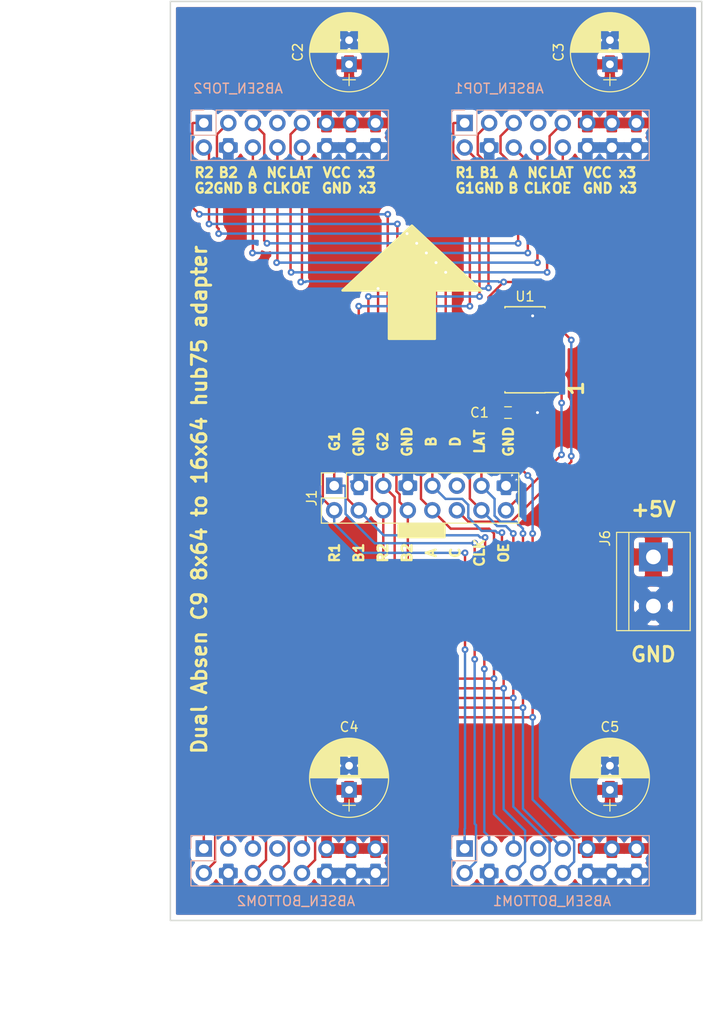
<source format=kicad_pcb>
(kicad_pcb (version 4) (host pcbnew 4.0.7)
  (title_block (title "Absen hub75 adapter") (date 2018-02-25) (company "Helsinki Hacklab"))
  (layers (0 F.Cu signal) (31 B.Cu signal) (34 B.Paste user) (35 F.Paste user) (36 B.SilkS user) (37 F.SilkS user) (38 B.Mask user) (39 F.Mask user) (44 Edge.Cuts user))
  (net 0 "")
  (net 1 GND)
  (net 2 "Net-(J1-Pad11)")
  (net 3 /R1)
  (net 4 /G1)
  (net 5 /B1)
  (net 6 /A)
  (net 7 /B)
  (net 8 /C)
  (net 9 /OE1)
  (net 10 +5V)
  (net 11 /OE2)
  (net 12 /R2)
  (net 13 /G2)
  (net 14 /B2)
  (net 15 /LATCH)
  (net 16 /CLK)
  (net 17 /OE)
  (net 18 "Net-(ABSEN_BOTTOM1-Pad7)")
  (net 19 "Net-(ABSEN_BOTTOM2-Pad7)")
  (net 20 "Net-(ABSEN_TOP1-Pad7)")
  (net 21 "Net-(ABSEN_TOP2-Pad7)")
  (net 22 /!OE1)
  (net 23 /!OE2)
  (module Socket_Strips:Socket_Strip_Straight_2x08_Pitch2.54mm (layer F.Cu) (at 101.96 100.06 90)
    (fp_text reference J1 (at -1.27 -2.33 90) (layer F.SilkS))
    (fp_text value HUB75_IN)
    (pad 1 thru_hole rect (at 0 0 90) (size 1.7 1.7) (drill 1) (layers *.Cu *.Mask) (net 4 /G1))
    (pad 2 thru_hole oval (at -2.54 0 90) (size 1.7 1.7) (drill 1) (layers *.Cu *.Mask) (net 3 /R1))
    (pad 3 thru_hole oval (at 0 2.54 90) (size 1.7 1.7) (drill 1) (layers *.Cu *.Mask) (net 1 GND))
    (pad 4 thru_hole oval (at -2.54 2.54 90) (size 1.7 1.7) (drill 1) (layers *.Cu *.Mask) (net 5 /B1))
    (pad 5 thru_hole oval (at 0 5.08 90) (size 1.7 1.7) (drill 1) (layers *.Cu *.Mask) (net 13 /G2))
    (pad 6 thru_hole oval (at -2.54 5.08 90) (size 1.7 1.7) (drill 1) (layers *.Cu *.Mask) (net 12 /R2))
    (pad 7 thru_hole oval (at 0 7.62 90) (size 1.7 1.7) (drill 1) (layers *.Cu *.Mask) (net 1 GND))
    (pad 8 thru_hole oval (at -2.54 7.62 90) (size 1.7 1.7) (drill 1) (layers *.Cu *.Mask) (net 14 /B2))
    (pad 9 thru_hole oval (at 0 10.16 90) (size 1.7 1.7) (drill 1) (layers *.Cu *.Mask) (net 7 /B))
    (pad 10 thru_hole oval (at -2.54 10.16 90) (size 1.7 1.7) (drill 1) (layers *.Cu *.Mask) (net 6 /A))
    (pad 11 thru_hole oval (at 0 12.7 90) (size 1.7 1.7) (drill 1) (layers *.Cu *.Mask) (net 2 "Net-(J1-Pad11)"))
    (pad 12 thru_hole oval (at -2.54 12.7 90) (size 1.7 1.7) (drill 1) (layers *.Cu *.Mask) (net 8 /C))
    (pad 13 thru_hole oval (at 0 15.24 90) (size 1.7 1.7) (drill 1) (layers *.Cu *.Mask) (net 15 /LATCH))
    (pad 14 thru_hole oval (at -2.54 15.24 90) (size 1.7 1.7) (drill 1) (layers *.Cu *.Mask) (net 16 /CLK))
    (pad 15 thru_hole oval (at 0 17.78 90) (size 1.7 1.7) (drill 1) (layers *.Cu *.Mask) (net 1 GND))
    (pad 16 thru_hole oval (at -2.54 17.78 90) (size 1.7 1.7) (drill 1) (layers *.Cu *.Mask) (net 17 /OE))
  )
  (module Connectors_Terminal_Blocks:TerminalBlock_bornier-2_P5.08mm (layer F.Cu) (at 135 107.42 270)
    (fp_text reference J6 (at -1.92 5 270) (layer F.SilkS))
    (fp_text value "PWR IN")
    (pad 1 thru_hole rect (at 0 0 270) (size 3 3) (drill 1.52) (layers *.Cu *.Mask) (net 10 +5V))
    (pad 2 thru_hole circle (at 5.08 0 270) (size 3 3) (drill 1.52) (layers *.Cu *.Mask) (net 1 GND))
  )
  (module Pin_Headers:Pin_Header_Straight_2x08_Pitch2.54mm (layer B.Cu) (at 115.46 137.56 270)
    (fp_text reference ABSEN_BOTTOM1 (at 5.44 -9.04 360) (layer B.SilkS) (effects (justify mirror)))
    (fp_text value ABSEN_OUT)
    (pad 1 thru_hole rect (at 0 0 270) (size 1.7 1.7) (drill 1) (layers *.Cu *.Mask) (net 3 /R1))
    (pad 2 thru_hole oval (at 2.54 0 270) (size 1.7 1.7) (drill 1) (layers *.Cu *.Mask) (net 4 /G1))
    (pad 3 thru_hole oval (at 0 -2.54 270) (size 1.7 1.7) (drill 1) (layers *.Cu *.Mask) (net 5 /B1))
    (pad 4 thru_hole oval (at 2.54 -2.54 270) (size 1.7 1.7) (drill 1) (layers *.Cu *.Mask) (net 1 GND))
    (pad 5 thru_hole oval (at 0 -5.08 270) (size 1.7 1.7) (drill 1) (layers *.Cu *.Mask) (net 6 /A))
    (pad 6 thru_hole oval (at 2.54 -5.08 270) (size 1.7 1.7) (drill 1) (layers *.Cu *.Mask) (net 7 /B))
    (pad 7 thru_hole oval (at 0 -7.62 270) (size 1.7 1.7) (drill 1) (layers *.Cu *.Mask) (net 18 "Net-(ABSEN_BOTTOM1-Pad7)"))
    (pad 8 thru_hole oval (at 2.54 -7.62 270) (size 1.7 1.7) (drill 1) (layers *.Cu *.Mask) (net 16 /CLK))
    (pad 9 thru_hole oval (at 0 -10.16 270) (size 1.7 1.7) (drill 1) (layers *.Cu *.Mask) (net 15 /LATCH))
    (pad 10 thru_hole oval (at 2.54 -10.16 270) (size 1.7 1.7) (drill 1) (layers *.Cu *.Mask) (net 11 /OE2))
    (pad 11 thru_hole oval (at 0 -12.7 270) (size 1.7 1.7) (drill 1) (layers *.Cu *.Mask) (net 10 +5V))
    (pad 12 thru_hole oval (at 2.54 -12.7 270) (size 1.7 1.7) (drill 1) (layers *.Cu *.Mask) (net 1 GND))
    (pad 13 thru_hole oval (at 0 -15.24 270) (size 1.7 1.7) (drill 1) (layers *.Cu *.Mask) (net 10 +5V))
    (pad 14 thru_hole oval (at 2.54 -15.24 270) (size 1.7 1.7) (drill 1) (layers *.Cu *.Mask) (net 1 GND))
    (pad 15 thru_hole oval (at 0 -17.78 270) (size 1.7 1.7) (drill 1) (layers *.Cu *.Mask) (net 10 +5V))
    (pad 16 thru_hole oval (at 2.54 -17.78 270) (size 1.7 1.7) (drill 1) (layers *.Cu *.Mask) (net 1 GND))
  )
  (module Pin_Headers:Pin_Header_Straight_2x08_Pitch2.54mm (layer B.Cu) (at 88.46 137.56 270)
    (fp_text reference ABSEN_BOTTOM2 (at 5.44 -9.54 360) (layer B.SilkS) (effects (justify mirror)))
    (fp_text value ABSEN_OUT)
    (pad 1 thru_hole rect (at 0 0 270) (size 1.7 1.7) (drill 1) (layers *.Cu *.Mask) (net 12 /R2))
    (pad 2 thru_hole oval (at 2.54 0 270) (size 1.7 1.7) (drill 1) (layers *.Cu *.Mask) (net 13 /G2))
    (pad 3 thru_hole oval (at 0 -2.54 270) (size 1.7 1.7) (drill 1) (layers *.Cu *.Mask) (net 14 /B2))
    (pad 4 thru_hole oval (at 2.54 -2.54 270) (size 1.7 1.7) (drill 1) (layers *.Cu *.Mask) (net 1 GND))
    (pad 5 thru_hole oval (at 0 -5.08 270) (size 1.7 1.7) (drill 1) (layers *.Cu *.Mask) (net 6 /A))
    (pad 6 thru_hole oval (at 2.54 -5.08 270) (size 1.7 1.7) (drill 1) (layers *.Cu *.Mask) (net 7 /B))
    (pad 7 thru_hole oval (at 0 -7.62 270) (size 1.7 1.7) (drill 1) (layers *.Cu *.Mask) (net 19 "Net-(ABSEN_BOTTOM2-Pad7)"))
    (pad 8 thru_hole oval (at 2.54 -7.62 270) (size 1.7 1.7) (drill 1) (layers *.Cu *.Mask) (net 16 /CLK))
    (pad 9 thru_hole oval (at 0 -10.16 270) (size 1.7 1.7) (drill 1) (layers *.Cu *.Mask) (net 15 /LATCH))
    (pad 10 thru_hole oval (at 2.54 -10.16 270) (size 1.7 1.7) (drill 1) (layers *.Cu *.Mask) (net 11 /OE2))
    (pad 11 thru_hole oval (at 0 -12.7 270) (size 1.7 1.7) (drill 1) (layers *.Cu *.Mask) (net 10 +5V))
    (pad 12 thru_hole oval (at 2.54 -12.7 270) (size 1.7 1.7) (drill 1) (layers *.Cu *.Mask) (net 1 GND))
    (pad 13 thru_hole oval (at 0 -15.24 270) (size 1.7 1.7) (drill 1) (layers *.Cu *.Mask) (net 10 +5V))
    (pad 14 thru_hole oval (at 2.54 -15.24 270) (size 1.7 1.7) (drill 1) (layers *.Cu *.Mask) (net 1 GND))
    (pad 15 thru_hole oval (at 0 -17.78 270) (size 1.7 1.7) (drill 1) (layers *.Cu *.Mask) (net 10 +5V))
    (pad 16 thru_hole oval (at 2.54 -17.78 270) (size 1.7 1.7) (drill 1) (layers *.Cu *.Mask) (net 1 GND))
  )
  (module Pin_Headers:Pin_Header_Straight_2x08_Pitch2.54mm (layer B.Cu) (at 115.46 62.56 270)
    (fp_text reference ABSEN_TOP1 (at -3.56 -3.54 360) (layer B.SilkS) (effects (justify mirror)))
    (fp_text value ABSEN_OUT)
    (pad 1 thru_hole rect (at 0 0 270) (size 1.7 1.7) (drill 1) (layers *.Cu *.Mask) (net 3 /R1))
    (pad 2 thru_hole oval (at 2.54 0 270) (size 1.7 1.7) (drill 1) (layers *.Cu *.Mask) (net 4 /G1))
    (pad 3 thru_hole oval (at 0 -2.54 270) (size 1.7 1.7) (drill 1) (layers *.Cu *.Mask) (net 5 /B1))
    (pad 4 thru_hole oval (at 2.54 -2.54 270) (size 1.7 1.7) (drill 1) (layers *.Cu *.Mask) (net 1 GND))
    (pad 5 thru_hole oval (at 0 -5.08 270) (size 1.7 1.7) (drill 1) (layers *.Cu *.Mask) (net 6 /A))
    (pad 6 thru_hole oval (at 2.54 -5.08 270) (size 1.7 1.7) (drill 1) (layers *.Cu *.Mask) (net 7 /B))
    (pad 7 thru_hole oval (at 0 -7.62 270) (size 1.7 1.7) (drill 1) (layers *.Cu *.Mask) (net 20 "Net-(ABSEN_TOP1-Pad7)"))
    (pad 8 thru_hole oval (at 2.54 -7.62 270) (size 1.7 1.7) (drill 1) (layers *.Cu *.Mask) (net 16 /CLK))
    (pad 9 thru_hole oval (at 0 -10.16 270) (size 1.7 1.7) (drill 1) (layers *.Cu *.Mask) (net 15 /LATCH))
    (pad 10 thru_hole oval (at 2.54 -10.16 270) (size 1.7 1.7) (drill 1) (layers *.Cu *.Mask) (net 9 /OE1))
    (pad 11 thru_hole oval (at 0 -12.7 270) (size 1.7 1.7) (drill 1) (layers *.Cu *.Mask) (net 10 +5V))
    (pad 12 thru_hole oval (at 2.54 -12.7 270) (size 1.7 1.7) (drill 1) (layers *.Cu *.Mask) (net 1 GND))
    (pad 13 thru_hole oval (at 0 -15.24 270) (size 1.7 1.7) (drill 1) (layers *.Cu *.Mask) (net 10 +5V))
    (pad 14 thru_hole oval (at 2.54 -15.24 270) (size 1.7 1.7) (drill 1) (layers *.Cu *.Mask) (net 1 GND))
    (pad 15 thru_hole oval (at 0 -17.78 270) (size 1.7 1.7) (drill 1) (layers *.Cu *.Mask) (net 10 +5V))
    (pad 16 thru_hole oval (at 2.54 -17.78 270) (size 1.7 1.7) (drill 1) (layers *.Cu *.Mask) (net 1 GND))
  )
  (module Pin_Headers:Pin_Header_Straight_2x08_Pitch2.54mm (layer B.Cu) (at 88.46 62.56 270)
    (fp_text reference ABSEN_TOP2 (at -3.56 -3.54 360) (layer B.SilkS) (effects (justify mirror)))
    (fp_text value ABSEN_OUT)
    (pad 1 thru_hole rect (at 0 0 270) (size 1.7 1.7) (drill 1) (layers *.Cu *.Mask) (net 12 /R2))
    (pad 2 thru_hole oval (at 2.54 0 270) (size 1.7 1.7) (drill 1) (layers *.Cu *.Mask) (net 13 /G2))
    (pad 3 thru_hole oval (at 0 -2.54 270) (size 1.7 1.7) (drill 1) (layers *.Cu *.Mask) (net 14 /B2))
    (pad 4 thru_hole oval (at 2.54 -2.54 270) (size 1.7 1.7) (drill 1) (layers *.Cu *.Mask) (net 1 GND))
    (pad 5 thru_hole oval (at 0 -5.08 270) (size 1.7 1.7) (drill 1) (layers *.Cu *.Mask) (net 6 /A))
    (pad 6 thru_hole oval (at 2.54 -5.08 270) (size 1.7 1.7) (drill 1) (layers *.Cu *.Mask) (net 7 /B))
    (pad 7 thru_hole oval (at 0 -7.62 270) (size 1.7 1.7) (drill 1) (layers *.Cu *.Mask) (net 21 "Net-(ABSEN_TOP2-Pad7)"))
    (pad 8 thru_hole oval (at 2.54 -7.62 270) (size 1.7 1.7) (drill 1) (layers *.Cu *.Mask) (net 16 /CLK))
    (pad 9 thru_hole oval (at 0 -10.16 270) (size 1.7 1.7) (drill 1) (layers *.Cu *.Mask) (net 15 /LATCH))
    (pad 10 thru_hole oval (at 2.54 -10.16 270) (size 1.7 1.7) (drill 1) (layers *.Cu *.Mask) (net 9 /OE1))
    (pad 11 thru_hole oval (at 0 -12.7 270) (size 1.7 1.7) (drill 1) (layers *.Cu *.Mask) (net 10 +5V))
    (pad 12 thru_hole oval (at 2.54 -12.7 270) (size 1.7 1.7) (drill 1) (layers *.Cu *.Mask) (net 1 GND))
    (pad 13 thru_hole oval (at 0 -15.24 270) (size 1.7 1.7) (drill 1) (layers *.Cu *.Mask) (net 10 +5V))
    (pad 14 thru_hole oval (at 2.54 -15.24 270) (size 1.7 1.7) (drill 1) (layers *.Cu *.Mask) (net 1 GND))
    (pad 15 thru_hole oval (at 0 -17.78 270) (size 1.7 1.7) (drill 1) (layers *.Cu *.Mask) (net 10 +5V))
    (pad 16 thru_hole oval (at 2.54 -17.78 270) (size 1.7 1.7) (drill 1) (layers *.Cu *.Mask) (net 1 GND))
  )
  (module Housings_SOIC:SOIC-14_3.9x8.7mm_Pitch1.27mm (layer F.Cu) (at 121.709384 86.007896 180)
    (fp_text reference U1 (at 0 5.507896 180) (layer F.SilkS))
    (fp_text value 7402 hide)
    (pad 1 smd rect (at -2.7 -3.81 180) (size 1.5 0.6) (layers F.Cu F.Paste F.Mask) (net 23 /!OE2))
    (pad 2 smd rect (at -2.7 -2.54 180) (size 1.5 0.6) (layers F.Cu F.Paste F.Mask) (net 17 /OE))
    (pad 3 smd rect (at -2.7 -1.27 180) (size 1.5 0.6) (layers F.Cu F.Paste F.Mask) (net 22 /!OE1))
    (pad 4 smd rect (at -2.7 0 180) (size 1.5 0.6) (layers F.Cu F.Paste F.Mask) (net 22 /!OE1))
    (pad 5 smd rect (at -2.7 1.27 180) (size 1.5 0.6) (layers F.Cu F.Paste F.Mask) (net 17 /OE))
    (pad 6 smd rect (at -2.7 2.54 180) (size 1.5 0.6) (layers F.Cu F.Paste F.Mask) (net 8 /C))
    (pad 7 smd rect (at -2.7 3.81 180) (size 1.5 0.6) (layers F.Cu F.Paste F.Mask) (net 1 GND))
    (pad 8 smd rect (at 2.7 3.81 180) (size 1.5 0.6) (layers F.Cu F.Paste F.Mask) (net 22 /!OE1))
    (pad 9 smd rect (at 2.7 2.54 180) (size 1.5 0.6) (layers F.Cu F.Paste F.Mask) (net 22 /!OE1))
    (pad 10 smd rect (at 2.7 1.27 180) (size 1.5 0.6) (layers F.Cu F.Paste F.Mask) (net 9 /OE1))
    (pad 11 smd rect (at 2.7 0 180) (size 1.5 0.6) (layers F.Cu F.Paste F.Mask) (net 23 /!OE2))
    (pad 12 smd rect (at 2.7 -1.27 180) (size 1.5 0.6) (layers F.Cu F.Paste F.Mask) (net 23 /!OE2))
    (pad 13 smd rect (at 2.7 -2.54 180) (size 1.5 0.6) (layers F.Cu F.Paste F.Mask) (net 11 /OE2))
    (pad 14 smd rect (at 2.7 -3.81 180) (size 1.5 0.6) (layers F.Cu F.Paste F.Mask) (net 10 +5V))
  )
  (module Capacitors_SMD:C_0603_HandSoldering (layer F.Cu) (at 119.95 92.5)
    (fp_text reference C1 (at -2.95 0) (layer F.SilkS))
    (fp_text value 100n hide)
    (pad 1 smd rect (at -0.95 0) (size 1.2 0.75) (layers F.Cu F.Paste F.Mask) (net 10 +5V))
    (pad 2 smd rect (at 0.95 0) (size 1.2 0.75) (layers F.Cu F.Paste F.Mask) (net 1 GND))
  )
  (module Capacitors_THT:CP_Radial_D8.0mm_P2.50mm (layer F.Cu) (at 103.5 56.5 90)
    (fp_text reference C2 (at 1.25 -5.31 90) (layer F.SilkS))
    (fp_text value " ")
    (pad 1 thru_hole rect (at 0 0 90) (size 1.6 1.6) (drill 0.8) (layers *.Cu *.Mask) (net 10 +5V))
    (pad 2 thru_hole circle (at 2.5 0 90) (size 1.6 1.6) (drill 0.8) (layers *.Cu *.Mask) (net 1 GND))
  )
  (module Capacitors_THT:CP_Radial_D8.0mm_P2.50mm (layer F.Cu) (at 130.5 56.5 90)
    (fp_text reference C3 (at 1.25 -5.31 90) (layer F.SilkS))
    (fp_text value " ")
    (pad 1 thru_hole rect (at 0 0 90) (size 1.6 1.6) (drill 0.8) (layers *.Cu *.Mask) (net 10 +5V))
    (pad 2 thru_hole circle (at 2.5 0 90) (size 1.6 1.6) (drill 0.8) (layers *.Cu *.Mask) (net 1 GND))
  )
  (module Capacitors_THT:CP_Radial_D8.0mm_P2.50mm (layer F.Cu) (at 103.5 131.5 90)
    (fp_text reference C4 (at 6.5 0 180) (layer F.SilkS))
    (fp_text value " ")
    (pad 1 thru_hole rect (at 0 0 90) (size 1.6 1.6) (drill 0.8) (layers *.Cu *.Mask) (net 10 +5V))
    (pad 2 thru_hole circle (at 2.5 0 90) (size 1.6 1.6) (drill 0.8) (layers *.Cu *.Mask) (net 1 GND))
  )
  (module Capacitors_THT:CP_Radial_D8.0mm_P2.50mm (layer F.Cu) (at 130.5 131.5 90)
    (fp_text reference C5 (at 6.5 0 180) (layer F.SilkS))
    (fp_text value " ")
    (pad 1 thru_hole rect (at 0 0 90) (size 1.6 1.6) (drill 0.8) (layers *.Cu *.Mask) (net 10 +5V))
    (pad 2 thru_hole circle (at 2.5 0 90) (size 1.6 1.6) (drill 0.8) (layers *.Cu *.Mask) (net 1 GND))
  )
  (gr_text "R1\nG1" (at 115.5 68.5) (layer F.SilkS) (effects (font (size 1 1) (thickness 0.25))))
  (gr_text "B1\nGND" (at 118 68.5) (layer F.SilkS) (effects (font (size 1 1) (thickness 0.25))))
  (gr_line (start 140 50) (end 140 145) (layer Edge.Cuts) (width 0.15))
  (gr_line (start 85 50) (end 140 50) (layer Edge.Cuts) (width 0.15))
  (gr_line (start 85 145) (end 85 50) (layer Edge.Cuts) (width 0.15))
  (gr_line (start 140 145) (end 85 145) (layer Edge.Cuts) (width 0.15))
  (gr_text "B2\nGND" (at 91 68.5) (layer F.SilkS) (effects (font (size 1 1) (thickness 0.25))))
  (gr_text "LAT\nOE" (at 98.5 68.5) (layer F.SilkS) (effects (font (size 1 1) (thickness 0.25))))
  (gr_text "NC\nCLK" (at 96 68.5) (layer F.SilkS) (effects (font (size 1 1) (thickness 0.25))))
  (gr_text "A\nB" (at 93.5 68.5) (layer F.SilkS) (effects (font (size 1 1) (thickness 0.25))))
  (gr_text "R2\nG2" (at 88.5 68.5) (layer F.SilkS) (effects (font (size 1 1) (thickness 0.25))))
  (gr_text "VCC x3\nGND x3" (at 103.5 68.5) (layer F.SilkS) (effects (font (size 1 1) (thickness 0.25))))
  (gr_text "A\nB" (at 120.5 68.5) (layer F.SilkS) (effects (font (size 1 1) (thickness 0.25))))
  (gr_text 1 (at 127 90 90) (layer F.SilkS) (effects (font (size 1.5 1.5) (thickness 0.3))))
  (gr_text B (at 112 95.5 90) (layer F.SilkS) (effects (font (size 1 1) (thickness 0.25))))
  (gr_text GND (at 109.5 95.5 90) (layer F.SilkS) (effects (font (size 1 1) (thickness 0.25))))
  (gr_text GND (at 120 95.5 90) (layer F.SilkS) (effects (font (size 1 1) (thickness 0.25))))
  (gr_text LAT (at 117 95.5 90) (layer F.SilkS) (effects (font (size 1 1) (thickness 0.25))))
  (gr_text D (at 114.5 95.5 90) (layer F.SilkS) (effects (font (size 1 1) (thickness 0.25))))
  (gr_text G2 (at 107 95.5 90) (layer F.SilkS) (effects (font (size 1 1) (thickness 0.25))))
  (gr_text GND (at 104.5 95.5 90) (layer F.SilkS) (effects (font (size 1 1) (thickness 0.25))))
  (gr_text G1 (at 102 95.5 90) (layer F.SilkS) (effects (font (size 1 1) (thickness 0.25))))
  (gr_text OE (at 119.5 107 90) (layer F.SilkS) (effects (font (size 1 1) (thickness 0.25))))
  (gr_text CLK (at 117 107 90) (layer F.SilkS) (effects (font (size 1 1) (thickness 0.25))))
  (gr_text R1 (at 102 107 90) (layer F.SilkS) (effects (font (size 1 1) (thickness 0.25))))
  (gr_text A (at 112 107 90) (layer F.SilkS) (effects (font (size 1 1) (thickness 0.25))))
  (gr_text C (at 114.5 107 90) (layer F.SilkS) (effects (font (size 1 1) (thickness 0.25))))
  (gr_text R2 (at 107 107 90) (layer F.SilkS) (effects (font (size 1 1) (thickness 0.25))))
  (gr_text B2 (at 109.5 107 90) (layer F.SilkS) (effects (font (size 1 1) (thickness 0.25))))
  (gr_text B1 (at 104.5 107 90) (layer F.SilkS) (effects (font (size 1 1) (thickness 0.25))))
  (gr_text "NC\nCLK" (at 123 68.5) (layer F.SilkS) (effects (font (size 1 1) (thickness 0.25))))
  (gr_text "VCC x3\nGND x3" (at 130.5 68.5) (layer F.SilkS) (effects (font (size 1 1) (thickness 0.25))))
  (gr_text "LAT\nOE" (at 125.5 68.5) (layer F.SilkS) (effects (font (size 1 1) (thickness 0.25))))
  (gr_text "Dual Absen C9 8x64 to 16x64 hub75 adapter" (at 88 101.5 90) (layer F.SilkS) (effects (font (size 1.5 1.5) (thickness 0.3))))
  (gr_text GND (at 135 117.5) (layer F.SilkS) (effects (font (size 1.5 1.5) (thickness 0.3))))
  (gr_text +5V (at 135 102.5) (layer F.SilkS) (effects (font (size 1.5 1.5) (thickness 0.3))))
  (segment (start 123 92.5) (end 123 96.8) (width 0.5) (layer B.Cu) (net 1))
  (segment (start 123 96.8) (end 119.74 100.06) (width 0.5) (layer B.Cu) (net 1))
  (segment (start 122.5 82.5) (end 123 83) (width 0.5) (layer B.Cu) (net 1))
  (segment (start 123 83) (end 123 92.5) (width 0.5) (layer B.Cu) (net 1))
  (segment (start 124.409384 82.197896) (end 122.802104 82.197896) (width 0.5) (layer F.Cu) (net 1))
  (segment (start 122.802104 82.197896) (end 122.5 82.5) (width 0.5) (layer F.Cu) (net 1))
  (via (at 122.5 82.5) (size 0.7) (drill 0.3) (layers F.Cu B.Cu) (net 1))
  (segment (start 118 65.1) (end 117.332288 65.1) (width 0.5) (layer B.Cu) (net 1))
  (segment (start 120.9 92.5) (end 123 92.5) (width 0.5) (layer F.Cu) (net 1))
  (via (at 123 92.5) (size 0.7) (drill 0.3) (layers F.Cu B.Cu) (net 1))
  (segment (start 114.12 99.702081) (end 114.917919 100.5) (width 0.25) (layer B.Cu) (net 2))
  (segment (start 115.5 107) (end 115.5 117) (width 0.25) (layer F.Cu) (net 3))
  (segment (start 105 107) (end 115.5 107) (width 0.25) (layer B.Cu) (net 3))
  (via (at 115.5 107) (size 0.7) (drill 0.3) (layers F.Cu B.Cu) (net 3))
  (segment (start 115.5 135.5) (end 115.5 117) (width 0.25) (layer B.Cu) (net 3))
  (via (at 115.5 117) (size 0.7) (drill 0.3) (layers F.Cu B.Cu) (net 3))
  (segment (start 101.96 103.96) (end 105 107) (width 0.25) (layer B.Cu) (net 3))
  (segment (start 101.96 102.6) (end 101.96 103.96) (width 0.25) (layer B.Cu) (net 3))
  (segment (start 115.46 135.54) (end 115.5 135.5) (width 0.25) (layer B.Cu) (net 3))
  (segment (start 115.46 137.56) (end 115.46 135.54) (width 0.25) (layer B.Cu) (net 3))
  (segment (start 116 67.5) (end 114.281799 65.781799) (width 0.25) (layer F.Cu) (net 3))
  (segment (start 114.281799 65.781799) (end 114.281799 62.638201) (width 0.25) (layer F.Cu) (net 3))
  (segment (start 114.281799 62.638201) (end 114.36 62.56) (width 0.25) (layer F.Cu) (net 3))
  (segment (start 114.36 62.56) (end 115.46 62.56) (width 0.25) (layer F.Cu) (net 3))
  (segment (start 116 81.5) (end 116 67.5) (width 0.25) (layer F.Cu) (net 3))
  (segment (start 104.5 81.5) (end 116 81.5) (width 0.25) (layer B.Cu) (net 3))
  (via (at 116 81.5) (size 0.7) (drill 0.3) (layers F.Cu B.Cu) (net 3))
  (segment (start 104.5 94) (end 104.5 81.5) (width 0.25) (layer F.Cu) (net 3))
  (via (at 104.5 81.5) (size 0.7) (drill 0.3) (layers F.Cu B.Cu) (net 3))
  (segment (start 100.781799 97.718201) (end 104.5 94) (width 0.25) (layer F.Cu) (net 3))
  (segment (start 101.96 102.6) (end 100.781799 101.421799) (width 0.25) (layer F.Cu) (net 3))
  (segment (start 100.781799 101.421799) (end 100.781799 97.718201) (width 0.25) (layer F.Cu) (net 3))
  (segment (start 115.5 137.52) (end 115.46 137.56) (width 0.25) (layer F.Cu) (net 3))
  (segment (start 116.5 106) (end 116.5 118) (width 0.25) (layer F.Cu) (net 4))
  (segment (start 106.156262 106) (end 116.5 106) (width 0.25) (layer B.Cu) (net 4))
  (via (at 116.5 106) (size 0.7) (drill 0.3) (layers F.Cu B.Cu) (net 4))
  (segment (start 116.5 135) (end 116.5 118) (width 0.25) (layer B.Cu) (net 4))
  (via (at 116.5 118) (size 0.7) (drill 0.3) (layers F.Cu B.Cu) (net 4))
  (segment (start 101.96 100.06) (end 103.06 100.06) (width 0.25) (layer B.Cu) (net 4))
  (segment (start 103.06 100.06) (end 103.138201 100.138201) (width 0.25) (layer B.Cu) (net 4))
  (segment (start 103.138201 100.138201) (end 103.138201 102.981939) (width 0.25) (layer B.Cu) (net 4))
  (segment (start 103.138201 102.981939) (end 106.156262 106) (width 0.25) (layer B.Cu) (net 4))
  (segment (start 116.638201 135.138201) (end 116.5 135) (width 0.25) (layer B.Cu) (net 4))
  (segment (start 115.46 140.1) (end 116.638201 138.921799) (width 0.25) (layer B.Cu) (net 4))
  (segment (start 116.638201 138.921799) (end 116.638201 135.138201) (width 0.25) (layer B.Cu) (net 4))
  (segment (start 117 66.64) (end 115.46 65.1) (width 0.25) (layer F.Cu) (net 4))
  (segment (start 117 80.5) (end 117 66.64) (width 0.25) (layer F.Cu) (net 4))
  (segment (start 105.5 80.5) (end 117 80.5) (width 0.25) (layer B.Cu) (net 4))
  (via (at 117 80.5) (size 0.7) (drill 0.3) (layers F.Cu B.Cu) (net 4))
  (segment (start 105.5 94.5) (end 105.5 80.5) (width 0.25) (layer F.Cu) (net 4))
  (via (at 105.5 80.5) (size 0.7) (drill 0.3) (layers F.Cu B.Cu) (net 4))
  (segment (start 101.96 98.04) (end 105.5 94.5) (width 0.25) (layer F.Cu) (net 4))
  (segment (start 101.96 100.06) (end 101.96 98.04) (width 0.25) (layer F.Cu) (net 4))
  (segment (start 115 65.56) (end 115.46 65.1) (width 0.25) (layer F.Cu) (net 4))
  (segment (start 116.859717 105.182778) (end 117.084716 105.407777) (width 0.25) (layer B.Cu) (net 5))
  (segment (start 104.5 102.6) (end 107.082778 105.182778) (width 0.25) (layer B.Cu) (net 5))
  (segment (start 117.57969 108.42031) (end 117.57969 105.407777) (width 0.25) (layer F.Cu) (net 5))
  (segment (start 107.082778 105.182778) (end 116.859717 105.182778) (width 0.25) (layer B.Cu) (net 5))
  (segment (start 117.5 108.5) (end 117.57969 108.42031) (width 0.25) (layer F.Cu) (net 5))
  (segment (start 117.084716 105.407777) (end 117.57969 105.407777) (width 0.25) (layer B.Cu) (net 5))
  (via (at 117.57969 105.407777) (size 0.7) (drill 0.3) (layers F.Cu B.Cu) (net 5))
  (segment (start 117.5 108.5) (end 117.5 119) (width 0.25) (layer F.Cu) (net 5))
  (segment (start 117.5 135.857919) (end 117.5 119) (width 0.25) (layer B.Cu) (net 5))
  (via (at 117.5 119) (size 0.7) (drill 0.3) (layers F.Cu B.Cu) (net 5))
  (segment (start 118 137.56) (end 118 136.357919) (width 0.25) (layer B.Cu) (net 5))
  (segment (start 118 136.357919) (end 117.5 135.857919) (width 0.25) (layer B.Cu) (net 5))
  (segment (start 106.5 79.67821) (end 117.862656 79.67821) (width 0.25) (layer B.Cu) (net 5))
  (segment (start 117.931328 66.930392) (end 117.931328 79.609538) (width 0.25) (layer F.Cu) (net 5))
  (segment (start 116.821799 65.820863) (end 117.931328 66.930392) (width 0.25) (layer F.Cu) (net 5))
  (segment (start 118 62.56) (end 116.821799 63.738201) (width 0.25) (layer F.Cu) (net 5))
  (segment (start 117.862656 79.67821) (end 117.931328 79.609538) (width 0.25) (layer B.Cu) (net 5))
  (segment (start 116.821799 63.738201) (end 116.821799 65.820863) (width 0.25) (layer F.Cu) (net 5))
  (via (at 117.931328 79.609538) (size 0.7) (drill 0.3) (layers F.Cu B.Cu) (net 5))
  (segment (start 103.321799 98.178201) (end 106.5 95) (width 0.25) (layer F.Cu) (net 5))
  (segment (start 106.5 95) (end 106.5 79.67821) (width 0.25) (layer F.Cu) (net 5))
  (segment (start 103.321799 101.421799) (end 103.321799 98.178201) (width 0.25) (layer F.Cu) (net 5))
  (segment (start 104.5 102.6) (end 103.321799 101.421799) (width 0.25) (layer F.Cu) (net 5))
  (via (at 106.5 79.67821) (size 0.7) (drill 0.3) (layers F.Cu B.Cu) (net 5))
  (segment (start 117.5 137.06) (end 118 137.56) (width 0.25) (layer F.Cu) (net 5))
  (segment (start 104.5 102.6) (end 104.5 103) (width 0.25) (layer F.Cu) (net 5))
  (segment (start 118.5 105) (end 118.5 120) (width 0.25) (layer F.Cu) (net 6))
  (segment (start 118 104.5) (end 118.5 105) (width 0.25) (layer F.Cu) (net 6))
  (segment (start 114.02 104.5) (end 118 104.5) (width 0.25) (layer F.Cu) (net 6))
  (segment (start 112.12 102.6) (end 114.02 104.5) (width 0.25) (layer F.Cu) (net 6))
  (segment (start 118.5 120) (end 103.5 120) (width 0.25) (layer F.Cu) (net 6))
  (segment (start 103.5 120) (end 93.54 129.96) (width 0.25) (layer F.Cu) (net 6))
  (segment (start 93.54 129.96) (end 93.54 137.56) (width 0.25) (layer F.Cu) (net 6))
  (segment (start 118.5 120) (end 118.5 134) (width 0.25) (layer B.Cu) (net 6))
  (via (at 118.5 120) (size 0.7) (drill 0.3) (layers F.Cu B.Cu) (net 6))
  (segment (start 120.54 136.04) (end 120.54 137.56) (width 0.25) (layer B.Cu) (net 6))
  (segment (start 118.5 134) (end 120.54 136.04) (width 0.25) (layer B.Cu) (net 6))
  (segment (start 95 75) (end 110.5 75) (width 0.25) (layer B.Cu) (net 6))
  (segment (start 94.718201 74.718201) (end 95 75) (width 0.25) (layer F.Cu) (net 6))
  (via (at 95 75) (size 0.7) (drill 0.3) (layers F.Cu B.Cu) (net 6))
  (segment (start 93.54 62.56) (end 94.718201 63.738201) (width 0.25) (layer F.Cu) (net 6))
  (segment (start 94.718201 63.738201) (end 94.718201 74.718201) (width 0.25) (layer F.Cu) (net 6))
  (segment (start 119.171869 65.671869) (end 119.178201 65.665537) (width 0.25) (layer F.Cu) (net 6))
  (segment (start 119.178201 65.665537) (end 119.178201 63.921799) (width 0.25) (layer F.Cu) (net 6))
  (segment (start 119.178201 63.921799) (end 120.54 62.56) (width 0.25) (layer F.Cu) (net 6))
  (segment (start 121 67.5) (end 119.171869 65.671869) (width 0.25) (layer F.Cu) (net 6))
  (segment (start 121 75) (end 121 67.5) (width 0.25) (layer F.Cu) (net 6))
  (segment (start 110.5 75) (end 121 75) (width 0.25) (layer B.Cu) (net 6))
  (via (at 121 75) (size 0.7) (drill 0.3) (layers F.Cu B.Cu) (net 6))
  (segment (start 110.941799 92.941799) (end 110.5 92.5) (width 0.25) (layer F.Cu) (net 6))
  (segment (start 110.5 92.5) (end 110.5 75) (width 0.25) (layer F.Cu) (net 6))
  (via (at 110.5 75) (size 0.7) (drill 0.3) (layers F.Cu B.Cu) (net 6))
  (segment (start 112.12 102.6) (end 110.941799 101.421799) (width 0.25) (layer F.Cu) (net 6))
  (segment (start 110.941799 101.421799) (end 110.941799 92.941799) (width 0.25) (layer F.Cu) (net 6))
  (segment (start 93 137.02) (end 93.54 137.56) (width 0.25) (layer F.Cu) (net 6))
  (segment (start 112.079986 102.640014) (end 112.12 102.6) (width 0.25) (layer F.Cu) (net 6))
  (segment (start 120.5 137.52) (end 120.54 137.56) (width 0.25) (layer F.Cu) (net 6))
  (segment (start 120.54 137.555474) (end 120.54 137.56) (width 0.25) (layer F.Cu) (net 6))
  (segment (start 119.322363 107.822363) (end 119.322363 104.909622) (width 0.25) (layer F.Cu) (net 7))
  (segment (start 118.647334 104.729567) (end 118.827389 104.909622) (width 0.25) (layer B.Cu) (net 7))
  (segment (start 115.225537 101.421799) (end 115.838201 102.034463) (width 0.25) (layer B.Cu) (net 7))
  (segment (start 119.5 108) (end 119.322363 107.822363) (width 0.25) (layer F.Cu) (net 7))
  (segment (start 118.827389 104.909622) (end 119.322363 104.909622) (width 0.25) (layer B.Cu) (net 7))
  (segment (start 113.481799 101.421799) (end 115.225537 101.421799) (width 0.25) (layer B.Cu) (net 7))
  (segment (start 115.838201 103.338201) (end 117.229567 104.729567) (width 0.25) (layer B.Cu) (net 7))
  (via (at 119.322363 104.909622) (size 0.7) (drill 0.3) (layers F.Cu B.Cu) (net 7))
  (segment (start 112.12 100.06) (end 113.481799 101.421799) (width 0.25) (layer B.Cu) (net 7))
  (segment (start 115.838201 102.034463) (end 115.838201 103.338201) (width 0.25) (layer B.Cu) (net 7))
  (segment (start 117.229567 104.729567) (end 118.647334 104.729567) (width 0.25) (layer B.Cu) (net 7))
  (segment (start 119.5 108) (end 119.5 121) (width 0.25) (layer F.Cu) (net 7))
  (segment (start 119.5 121) (end 103.5 121) (width 0.25) (layer F.Cu) (net 7))
  (segment (start 103.5 121) (end 94.901799 129.598201) (width 0.25) (layer F.Cu) (net 7))
  (segment (start 94.901799 129.598201) (end 94.901799 138.738201) (width 0.25) (layer F.Cu) (net 7))
  (segment (start 94.901799 138.738201) (end 93.54 140.1) (width 0.25) (layer F.Cu) (net 7))
  (segment (start 119.5 133.5) (end 119.5 121) (width 0.25) (layer B.Cu) (net 7))
  (via (at 119.5 121) (size 0.7) (drill 0.3) (layers F.Cu B.Cu) (net 7))
  (segment (start 121.718201 135.718201) (end 119.5 133.5) (width 0.25) (layer B.Cu) (net 7))
  (segment (start 121.718201 138.921799) (end 121.718201 135.718201) (width 0.25) (layer B.Cu) (net 7))
  (segment (start 120.54 140.1) (end 121.718201 138.921799) (width 0.25) (layer B.Cu) (net 7))
  (segment (start 93.5 76) (end 111.5 76) (width 0.25) (layer B.Cu) (net 7))
  (segment (start 93.54 65.1) (end 93.54 75.96) (width 0.25) (layer F.Cu) (net 7))
  (segment (start 93.54 75.96) (end 93.5 76) (width 0.25) (layer F.Cu) (net 7))
  (via (at 93.5 76) (size 0.7) (drill 0.3) (layers F.Cu B.Cu) (net 7))
  (segment (start 122 76) (end 122 66.56) (width 0.25) (layer F.Cu) (net 7))
  (segment (start 122 66.56) (end 120.54 65.1) (width 0.25) (layer F.Cu) (net 7))
  (segment (start 111.5 76) (end 122 76) (width 0.25) (layer B.Cu) (net 7))
  (via (at 122 76) (size 0.7) (drill 0.3) (layers F.Cu B.Cu) (net 7))
  (segment (start 112.12 93.12) (end 111.5 92.5) (width 0.25) (layer F.Cu) (net 7))
  (segment (start 111.5 92.5) (end 111.5 76) (width 0.25) (layer F.Cu) (net 7))
  (via (at 111.5 76) (size 0.7) (drill 0.3) (layers F.Cu B.Cu) (net 7))
  (segment (start 112.12 100.06) (end 112.12 93.12) (width 0.25) (layer F.Cu) (net 7))
  (segment (start 94 65.56) (end 93.54 65.1) (width 0.25) (layer F.Cu) (net 7))
  (segment (start 120.5 65.14) (end 120.54 65.1) (width 0.25) (layer F.Cu) (net 7))
  (segment (start 126.5 85) (end 124.967896 83.467896) (width 0.25) (layer F.Cu) (net 8))
  (segment (start 124.967896 83.467896) (end 124.409384 83.467896) (width 0.25) (layer F.Cu) (net 8))
  (segment (start 126.5 97) (end 126.5 85) (width 0.25) (layer B.Cu) (net 8))
  (via (at 126.5 85) (size 0.7) (drill 0.3) (layers F.Cu B.Cu) (net 8))
  (segment (start 126.5 97.583738) (end 126.5 97) (width 0.25) (layer F.Cu) (net 8))
  (via (at 126.5 97) (size 0.7) (drill 0.3) (layers F.Cu B.Cu) (net 8))
  (segment (start 124.859384 83.467896) (end 124.409384 83.467896) (width 0.25) (layer F.Cu) (net 8))
  (segment (start 114.66 102.6) (end 115.838201 103.778201) (width 0.25) (layer F.Cu) (net 8))
  (segment (start 115.838201 103.778201) (end 120.305537 103.778201) (width 0.25) (layer F.Cu) (net 8))
  (segment (start 120.305537 103.778201) (end 126.5 97.583738) (width 0.25) (layer F.Cu) (net 8))
  (segment (start 124.37728 83.5) (end 124.409384 83.467896) (width 0.25) (layer F.Cu) (net 8))
  (segment (start 124.449384 83.507896) (end 124.409384 83.467896) (width 0.25) (layer F.Cu) (net 8))
  (segment (start 124.5 79) (end 125.62 77.88) (width 0.25) (layer F.Cu) (net 9))
  (segment (start 119.5 79) (end 124.5 79) (width 0.25) (layer F.Cu) (net 9))
  (segment (start 119.005026 79) (end 119.5 79) (width 0.25) (layer B.Cu) (net 9))
  (segment (start 99.063638 78.931336) (end 118.936362 78.931336) (width 0.25) (layer B.Cu) (net 9))
  (segment (start 118.936362 78.931336) (end 119.005026 79) (width 0.25) (layer B.Cu) (net 9))
  (segment (start 98.994974 79) (end 99.063638 78.931336) (width 0.25) (layer B.Cu) (net 9))
  (segment (start 98.5 79) (end 98.994974 79) (width 0.25) (layer B.Cu) (net 9))
  (segment (start 117.931183 80.568817) (end 119.5 79) (width 0.25) (layer F.Cu) (net 9))
  (segment (start 117.931183 84.659695) (end 117.931183 80.568817) (width 0.25) (layer F.Cu) (net 9))
  (via (at 119.5 79) (size 0.7) (drill 0.3) (layers F.Cu B.Cu) (net 9))
  (segment (start 98.62 65.1) (end 98.62 78.88) (width 0.25) (layer F.Cu) (net 9))
  (segment (start 98.62 78.88) (end 98.5 79) (width 0.25) (layer F.Cu) (net 9))
  (via (at 98.5 79) (size 0.7) (drill 0.3) (layers F.Cu B.Cu) (net 9))
  (segment (start 125.62 77.88) (end 125.62 65.1) (width 0.25) (layer F.Cu) (net 9))
  (segment (start 119.009384 84.737896) (end 118.009384 84.737896) (width 0.25) (layer F.Cu) (net 9))
  (segment (start 118.009384 84.737896) (end 117.931183 84.659695) (width 0.25) (layer F.Cu) (net 9))
  (segment (start 118.559384 84.737896) (end 119.009384 84.737896) (width 0.25) (layer F.Cu) (net 9))
  (segment (start 119.009384 89.817896) (end 119.009384 92.490616) (width 0.5) (layer F.Cu) (net 10))
  (segment (start 119.009384 92.490616) (end 119 92.5) (width 0.5) (layer F.Cu) (net 10))
  (segment (start 103.5 124) (end 99.981799 127.518201) (width 0.25) (layer F.Cu) (net 11))
  (segment (start 99.981799 127.518201) (end 99.981799 138.738201) (width 0.25) (layer F.Cu) (net 11))
  (segment (start 99.981799 138.738201) (end 98.62 140.1) (width 0.25) (layer F.Cu) (net 11))
  (segment (start 122.5 124) (end 103.5 124) (width 0.25) (layer F.Cu) (net 11))
  (segment (start 122.5 105) (end 122.5 124) (width 0.25) (layer F.Cu) (net 11))
  (via (at 122.5 124) (size 0.7) (drill 0.3) (layers F.Cu B.Cu) (net 11))
  (segment (start 122 99) (end 122.5 99.5) (width 0.25) (layer B.Cu) (net 11))
  (segment (start 122.5 99.5) (end 122.5 105) (width 0.25) (layer B.Cu) (net 11))
  (via (at 122.5 105) (size 0.7) (drill 0.3) (layers F.Cu B.Cu) (net 11))
  (segment (start 118.559384 88.547896) (end 117.931183 89.176097) (width 0.25) (layer F.Cu) (net 11))
  (segment (start 117.931183 89.176097) (end 117.931183 94.931183) (width 0.25) (layer F.Cu) (net 11))
  (segment (start 117.931183 94.931183) (end 122 99) (width 0.25) (layer F.Cu) (net 11))
  (via (at 122 99) (size 0.7) (drill 0.3) (layers F.Cu B.Cu) (net 11))
  (segment (start 122.5 132.5) (end 122.5 124) (width 0.25) (layer B.Cu) (net 11))
  (segment (start 126.798201 136.798201) (end 122.5 132.5) (width 0.25) (layer B.Cu) (net 11))
  (segment (start 125.62 140.1) (end 126.798201 138.921799) (width 0.25) (layer B.Cu) (net 11))
  (segment (start 126.798201 138.921799) (end 126.798201 136.798201) (width 0.25) (layer B.Cu) (net 11))
  (segment (start 118.559384 88.547896) (end 119.009384 88.547896) (width 0.25) (layer F.Cu) (net 11))
  (segment (start 118.559384 88.547896) (end 118.511488 88.5) (width 0.25) (layer F.Cu) (net 11))
  (segment (start 107.04 102.6) (end 107.04 112.46) (width 0.25) (layer F.Cu) (net 12))
  (segment (start 107.04 112.46) (end 88.46 131.04) (width 0.25) (layer F.Cu) (net 12))
  (segment (start 88.46 131.04) (end 88.46 137.56) (width 0.25) (layer F.Cu) (net 12))
  (segment (start 88 72) (end 87.281799 71.281799) (width 0.25) (layer F.Cu) (net 12))
  (segment (start 87.281799 71.281799) (end 87.281799 62.638201) (width 0.25) (layer F.Cu) (net 12))
  (segment (start 87.281799 62.638201) (end 87.36 62.56) (width 0.25) (layer F.Cu) (net 12))
  (segment (start 87.36 62.56) (end 88.46 62.56) (width 0.25) (layer F.Cu) (net 12))
  (segment (start 107.5 72) (end 88 72) (width 0.25) (layer B.Cu) (net 12))
  (via (at 88 72) (size 0.7) (drill 0.3) (layers F.Cu B.Cu) (net 12))
  (segment (start 107.5 95.5) (end 107.5 72) (width 0.25) (layer F.Cu) (net 12))
  (via (at 107.5 72) (size 0.7) (drill 0.3) (layers F.Cu B.Cu) (net 12))
  (segment (start 105.861799 97.138201) (end 107.5 95.5) (width 0.25) (layer F.Cu) (net 12))
  (segment (start 107.04 102.6) (end 105.861799 101.421799) (width 0.25) (layer F.Cu) (net 12))
  (segment (start 105.861799 101.421799) (end 105.861799 97.138201) (width 0.25) (layer F.Cu) (net 12))
  (segment (start 88.5 137.52) (end 88.46 137.56) (width 0.25) (layer F.Cu) (net 12))
  (segment (start 88.46 140.1) (end 89.638201 138.921799) (width 0.25) (layer F.Cu) (net 13))
  (segment (start 89.638201 131.361799) (end 108.218201 112.781799) (width 0.25) (layer F.Cu) (net 13))
  (segment (start 89.638201 138.921799) (end 89.638201 131.361799) (width 0.25) (layer F.Cu) (net 13))
  (segment (start 108.218201 112.781799) (end 108.218201 101.238201) (width 0.25) (layer F.Cu) (net 13))
  (segment (start 108.218201 101.238201) (end 107.04 100.06) (width 0.25) (layer F.Cu) (net 13))
  (segment (start 89 73) (end 89 65.64) (width 0.25) (layer F.Cu) (net 13))
  (segment (start 89 65.64) (end 88.46 65.1) (width 0.25) (layer F.Cu) (net 13))
  (segment (start 108.5 73) (end 89 73) (width 0.25) (layer B.Cu) (net 13))
  (via (at 89 73) (size 0.7) (drill 0.3) (layers F.Cu B.Cu) (net 13))
  (segment (start 108.5 96) (end 108.5 73) (width 0.25) (layer F.Cu) (net 13))
  (via (at 108.5 73) (size 0.7) (drill 0.3) (layers F.Cu B.Cu) (net 13))
  (segment (start 107.04 97.46) (end 108.5 96) (width 0.25) (layer F.Cu) (net 13))
  (segment (start 107.04 100.06) (end 107.04 97.46) (width 0.25) (layer F.Cu) (net 13))
  (segment (start 88 65.56) (end 88.46 65.1) (width 0.25) (layer F.Cu) (net 13))
  (segment (start 88.5 65.14) (end 88.46 65.1) (width 0.25) (layer F.Cu) (net 13))
  (segment (start 109.58 112.92) (end 91 131.5) (width 0.25) (layer F.Cu) (net 14))
  (segment (start 91 131.5) (end 91 137.56) (width 0.25) (layer F.Cu) (net 14))
  (segment (start 109.58 102.6) (end 109.58 112.92) (width 0.25) (layer F.Cu) (net 14))
  (segment (start 90 74) (end 90 73.505026) (width 0.25) (layer F.Cu) (net 14))
  (segment (start 90 73.505026) (end 89.821799 73.326825) (width 0.25) (layer F.Cu) (net 14))
  (segment (start 89.821799 73.326825) (end 89.821799 63.738201) (width 0.25) (layer F.Cu) (net 14))
  (segment (start 89.821799 63.738201) (end 91 62.56) (width 0.25) (layer F.Cu) (net 14))
  (segment (start 109.5 74) (end 90 74) (width 0.25) (layer B.Cu) (net 14))
  (via (at 90 74) (size 0.7) (drill 0.3) (layers F.Cu B.Cu) (net 14))
  (segment (start 109.5 97) (end 109.5 74) (width 0.25) (layer F.Cu) (net 14))
  (via (at 109.5 74) (size 0.7) (drill 0.3) (layers F.Cu B.Cu) (net 14))
  (segment (start 108.401799 98.098201) (end 109.5 97) (width 0.25) (layer F.Cu) (net 14))
  (segment (start 109.58 102.6) (end 108.730001 101.750001) (width 0.25) (layer F.Cu) (net 14))
  (segment (start 108.730001 101.750001) (end 108.730001 100.953739) (width 0.25) (layer F.Cu) (net 14))
  (segment (start 108.730001 100.953739) (end 108.401799 100.625537) (width 0.25) (layer F.Cu) (net 14))
  (segment (start 108.401799 100.625537) (end 108.401799 98.098201) (width 0.25) (layer F.Cu) (net 14))
  (segment (start 90.5 137.06) (end 91 137.56) (width 0.25) (layer F.Cu) (net 14))
  (segment (start 121.5 105) (end 121.5 123) (width 0.25) (layer F.Cu) (net 15))
  (segment (start 120.778201 103.778201) (end 121.5 104.5) (width 0.25) (layer B.Cu) (net 15))
  (segment (start 121.5 104.5) (end 121.5 105) (width 0.25) (layer B.Cu) (net 15))
  (via (at 121.5 105) (size 0.7) (drill 0.3) (layers F.Cu B.Cu) (net 15))
  (segment (start 118.561799 103.165537) (end 119.174463 103.778201) (width 0.25) (layer B.Cu) (net 15))
  (segment (start 119.174463 103.778201) (end 120.778201 103.778201) (width 0.25) (layer B.Cu) (net 15))
  (segment (start 121.5 123) (end 103.5 123) (width 0.25) (layer F.Cu) (net 15))
  (segment (start 103.5 123) (end 99 127.5) (width 0.25) (layer F.Cu) (net 15))
  (segment (start 99 127.5) (end 99 137.18) (width 0.25) (layer F.Cu) (net 15))
  (segment (start 99 137.18) (end 98.62 137.56) (width 0.25) (layer F.Cu) (net 15))
  (segment (start 121.5 123) (end 121.5 133.44) (width 0.25) (layer B.Cu) (net 15))
  (segment (start 121.5 133.44) (end 125.62 137.56) (width 0.25) (layer B.Cu) (net 15))
  (via (at 121.5 123) (size 0.7) (drill 0.3) (layers F.Cu B.Cu) (net 15))
  (segment (start 117.2 100.06) (end 118.561799 101.421799) (width 0.25) (layer B.Cu) (net 15))
  (segment (start 118.561799 101.421799) (end 118.561799 103.165537) (width 0.25) (layer B.Cu) (net 15))
  (segment (start 97.5 78) (end 113.5 78) (width 0.25) (layer B.Cu) (net 15))
  (segment (start 98.62 62.56) (end 97.441799 63.738201) (width 0.25) (layer F.Cu) (net 15))
  (segment (start 97.441799 63.738201) (end 97.441799 77.941799) (width 0.25) (layer F.Cu) (net 15))
  (segment (start 97.441799 77.941799) (end 97.5 78) (width 0.25) (layer F.Cu) (net 15))
  (via (at 97.5 78) (size 0.7) (drill 0.3) (layers F.Cu B.Cu) (net 15))
  (segment (start 124 67.5) (end 124.258201 67.241799) (width 0.25) (layer F.Cu) (net 15))
  (segment (start 124.258201 67.241799) (end 124.258201 63.921799) (width 0.25) (layer F.Cu) (net 15))
  (segment (start 124.258201 63.921799) (end 125.62 62.56) (width 0.25) (layer F.Cu) (net 15))
  (segment (start 124 78) (end 124 67.5) (width 0.25) (layer F.Cu) (net 15))
  (segment (start 113.5 78) (end 124 78) (width 0.25) (layer B.Cu) (net 15))
  (via (at 124 78) (size 0.7) (drill 0.3) (layers F.Cu B.Cu) (net 15))
  (segment (start 117.2 96.2) (end 113.5 92.5) (width 0.25) (layer F.Cu) (net 15))
  (segment (start 113.5 92.5) (end 113.5 78) (width 0.25) (layer F.Cu) (net 15))
  (via (at 113.5 78) (size 0.7) (drill 0.3) (layers F.Cu B.Cu) (net 15))
  (segment (start 117.2 100.06) (end 117.2 96.2) (width 0.25) (layer F.Cu) (net 15))
  (segment (start 119.731412 104.231412) (end 120.5 105) (width 0.25) (layer B.Cu) (net 16))
  (segment (start 118.831412 104.231412) (end 119.731412 104.231412) (width 0.25) (layer B.Cu) (net 16))
  (segment (start 117.2 102.6) (end 118.831412 104.231412) (width 0.25) (layer B.Cu) (net 16))
  (segment (start 120.5 105) (end 120.5 122) (width 0.25) (layer F.Cu) (net 16))
  (via (at 120.5 105) (size 0.7) (drill 0.3) (layers F.Cu B.Cu) (net 16))
  (segment (start 120.5 122) (end 103.5 122) (width 0.25) (layer F.Cu) (net 16))
  (segment (start 103.5 122) (end 97.258201 128.241799) (width 0.25) (layer F.Cu) (net 16))
  (segment (start 97.258201 128.241799) (end 97.258201 138.921799) (width 0.25) (layer F.Cu) (net 16))
  (segment (start 97.258201 138.921799) (end 96.08 140.1) (width 0.25) (layer F.Cu) (net 16))
  (segment (start 120.5 133.236262) (end 120.5 122) (width 0.25) (layer B.Cu) (net 16))
  (via (at 120.5 122) (size 0.7) (drill 0.3) (layers F.Cu B.Cu) (net 16))
  (segment (start 124.258201 136.994463) (end 120.5 133.236262) (width 0.25) (layer B.Cu) (net 16))
  (segment (start 124.258201 138.921799) (end 124.258201 136.994463) (width 0.25) (layer B.Cu) (net 16))
  (segment (start 123.08 140.1) (end 124.258201 138.921799) (width 0.25) (layer B.Cu) (net 16))
  (segment (start 96 77) (end 112.5 77) (width 0.25) (layer B.Cu) (net 16))
  (segment (start 96.08 65.1) (end 96.08 76.92) (width 0.25) (layer F.Cu) (net 16))
  (segment (start 96.08 76.92) (end 96 77) (width 0.25) (layer F.Cu) (net 16))
  (via (at 96 77) (size 0.7) (drill 0.3) (layers F.Cu B.Cu) (net 16))
  (segment (start 123 77) (end 123 65.18) (width 0.25) (layer F.Cu) (net 16))
  (segment (start 123 65.18) (end 123.08 65.1) (width 0.25) (layer F.Cu) (net 16))
  (segment (start 112.5 77) (end 123 77) (width 0.25) (layer B.Cu) (net 16))
  (via (at 123 77) (size 0.7) (drill 0.3) (layers F.Cu B.Cu) (net 16))
  (segment (start 116 96) (end 112.5 92.5) (width 0.25) (layer F.Cu) (net 16))
  (segment (start 112.5 92.5) (end 112.5 77) (width 0.25) (layer F.Cu) (net 16))
  (via (at 112.5 77) (size 0.7) (drill 0.3) (layers F.Cu B.Cu) (net 16))
  (segment (start 116 101.4) (end 116 96) (width 0.25) (layer F.Cu) (net 16))
  (segment (start 117.2 102.6) (end 116 101.4) (width 0.25) (layer F.Cu) (net 16))
  (segment (start 96 65.18) (end 96.08 65.1) (width 0.25) (layer F.Cu) (net 16))
  (segment (start 125.5 91.5) (end 125.5 89.188512) (width 0.25) (layer F.Cu) (net 17))
  (segment (start 125.5 89.188512) (end 124.859384 88.547896) (width 0.25) (layer F.Cu) (net 17))
  (segment (start 124.859384 88.547896) (end 124.409384 88.547896) (width 0.25) (layer F.Cu) (net 17))
  (segment (start 125.487585 96.852415) (end 125.487585 91.512415) (width 0.25) (layer B.Cu) (net 17))
  (segment (start 125.487585 91.512415) (end 125.5 91.5) (width 0.25) (layer B.Cu) (net 17))
  (via (at 125.5 91.5) (size 0.7) (drill 0.3) (layers F.Cu B.Cu) (net 17))
  (via (at 125.487585 96.852415) (size 0.7) (drill 0.3) (layers F.Cu B.Cu) (net 17))
  (segment (start 125.487585 96.852415) (end 119.74 102.6) (width 0.25) (layer F.Cu) (net 17))
  (segment (start 124.409384 88.547896) (end 123.959384 88.547896) (width 0.25) (layer F.Cu) (net 17))
  (segment (start 124.859384 88.547896) (end 125.487585 87.919695) (width 0.25) (layer F.Cu) (net 17))
  (segment (start 125.487585 87.919695) (end 125.487585 85.366097) (width 0.25) (layer F.Cu) (net 17))
  (segment (start 125.487585 85.366097) (end 124.859384 84.737896) (width 0.25) (layer F.Cu) (net 17))
  (segment (start 124.859384 84.737896) (end 124.409384 84.737896) (width 0.25) (layer F.Cu) (net 17))
  (segment (start 124.639384 84.507896) (end 124.409384 84.737896) (width 0.25) (layer F.Cu) (net 17))
  (segment (start 124.449384 88.507896) (end 124.409384 88.547896) (width 0.25) (layer F.Cu) (net 17))
  (segment (start 124.409384 86.007896) (end 122.549384 86.007896) (width 0.25) (layer F.Cu) (net 22))
  (segment (start 122.549384 86.007896) (end 120.009384 83.467896) (width 0.25) (layer F.Cu) (net 22))
  (segment (start 120.009384 83.467896) (end 119.009384 83.467896) (width 0.25) (layer F.Cu) (net 22))
  (segment (start 124.409384 86.007896) (end 124.409384 87.277896) (width 0.25) (layer F.Cu) (net 22))
  (segment (start 124.859384 87.277896) (end 124.409384 87.277896) (width 0.25) (layer F.Cu) (net 22))
  (segment (start 124.139384 87.007896) (end 124.409384 87.277896) (width 0.25) (layer F.Cu) (net 22))
  (segment (start 119.009384 83.467896) (end 119.009384 82.197896) (width 0.25) (layer F.Cu) (net 22))
  (segment (start 123.959384 89.817896) (end 121.419384 87.277896) (width 0.25) (layer F.Cu) (net 23))
  (segment (start 124.409384 89.817896) (end 123.959384 89.817896) (width 0.25) (layer F.Cu) (net 23))
  (segment (start 121.419384 87.277896) (end 119.009384 87.277896) (width 0.25) (layer F.Cu) (net 23))
  (segment (start 119.009384 86.007896) (end 119.009384 87.277896) (width 0.25) (layer F.Cu) (net 23))
  (segment (start 119.009384 86.007896) (end 119.459384 86.007896) (width 0.25) (layer F.Cu) (net 23))
  (zone (net 1) (net_name GND) (layer B.Cu) (connect_pads (clearance 0.508)) (min_thickness 0.254) (fill yes (arc_segments 16) (thermal_gap 0.508) (thermal_bridge_width 2.54))
    (polygon (pts (xy 85 50) (xy 140 50) (xy 140 145) (xy 85 145)))
  )
  (zone (net 10) (net_name +5V) (layer F.Cu) (connect_pads (clearance 0.508)) (min_thickness 0.254) (fill yes (arc_segments 16) (thermal_gap 0.508) (thermal_bridge_width 2.54))
    (polygon (pts (xy 85 50) (xy 140 50) (xy 140 145) (xy 85 145)))
  )
  (zone (net 0) (net_name "") (layer F.Cu) (connect_pads (clearance 0.508)) (min_thickness 0.254)
    (keepout (tracks allowed) (vias allowed) (copperpour not_allowed))
    (fill yes (arc_segments 16) (thermal_gap 0.508) (thermal_bridge_width 2.54))
    (polygon (pts (xy 118 89.5) (xy 120 89.5) (xy 120 92) (xy 118 92)))
  )
  (zone (net 0) (net_name "") (layer F.SilkS) (connect_pads (clearance 0.508)) (min_thickness 0.254) (fill yes (arc_segments 16) (thermal_gap 0.508) (thermal_bridge_width 2.54))
    (polygon (pts (xy 107.5 83.5) (xy 107.5 80) (xy 102.5 80) (xy 110 73) (xy 117.5 80) (xy 112.5 80) (xy 112.5 85) (xy 107.5 85) (xy 107.5 84)))
  )
  (zone (net 0) (net_name "") (layer F.SilkS) (connect_pads (clearance 0.508)) (min_thickness 0.254) (fill yes (arc_segments 16) (thermal_gap 0.508) (thermal_bridge_width 2.54))
    (polygon (pts (xy 108.5 104) (xy 113.5 104) (xy 113.5 105.5) (xy 108.5 105.5)))
  )
)
</source>
